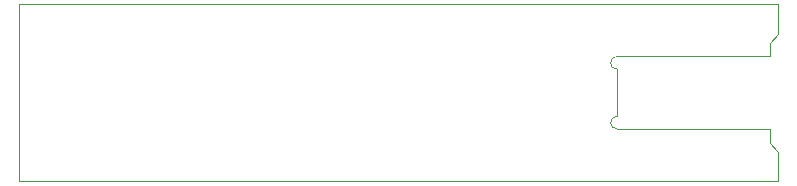
<source format=gm1>
G04 #@! TF.GenerationSoftware,KiCad,Pcbnew,5.1.10*
G04 #@! TF.CreationDate,2021-08-01T14:45:19-04:00*
G04 #@! TF.ProjectId,dac,6461632e-6b69-4636-9164-5f7063625858,rev?*
G04 #@! TF.SameCoordinates,Original*
G04 #@! TF.FileFunction,Profile,NP*
%FSLAX46Y46*%
G04 Gerber Fmt 4.6, Leading zero omitted, Abs format (unit mm)*
G04 Created by KiCad (PCBNEW 5.1.10) date 2021-08-01 14:45:19*
%MOMM*%
%LPD*%
G01*
G04 APERTURE LIST*
G04 #@! TA.AperFunction,Profile*
%ADD10C,0.050000*%
G04 #@! TD*
G04 APERTURE END LIST*
D10*
X178350000Y-104775000D02*
X179000000Y-104000000D01*
X178350000Y-105930000D02*
X178350000Y-104775000D01*
X178350000Y-105930000D02*
X165350000Y-105930000D01*
X114750000Y-101500000D02*
X114750000Y-116500000D01*
X165350000Y-107000000D02*
G75*
G02*
X165350000Y-105930000I0J535000D01*
G01*
X165350000Y-112070000D02*
G75*
G02*
X165350000Y-111000000I0J535000D01*
G01*
X178350000Y-112070000D02*
X178350000Y-113225000D01*
X165350000Y-112070000D02*
X178350000Y-112070000D01*
X165350000Y-107000000D02*
X165350000Y-111000000D01*
X114750000Y-116500000D02*
X179000000Y-116500000D01*
X179000000Y-101500000D02*
X114750000Y-101500000D01*
X179000000Y-104000000D02*
X179000000Y-101500000D01*
X179000000Y-114000000D02*
X179000000Y-116500000D01*
X178350000Y-113225000D02*
X179000000Y-114000000D01*
M02*

</source>
